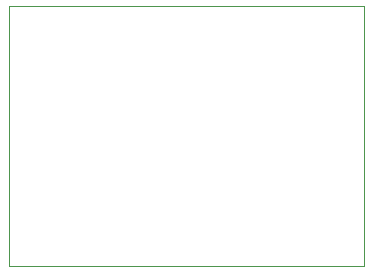
<source format=gbr>
%TF.GenerationSoftware,KiCad,Pcbnew,8.0.6-8.0.6-0~ubuntu24.04.1*%
%TF.CreationDate,2024-10-25T12:09:52+03:00*%
%TF.ProjectId,pss_v2_fan_block,7073735f-7632-45f6-9661-6e5f626c6f63,rev?*%
%TF.SameCoordinates,Original*%
%TF.FileFunction,Profile,NP*%
%FSLAX46Y46*%
G04 Gerber Fmt 4.6, Leading zero omitted, Abs format (unit mm)*
G04 Created by KiCad (PCBNEW 8.0.6-8.0.6-0~ubuntu24.04.1) date 2024-10-25 12:09:52*
%MOMM*%
%LPD*%
G01*
G04 APERTURE LIST*
%TA.AperFunction,Profile*%
%ADD10C,0.050000*%
%TD*%
G04 APERTURE END LIST*
D10*
X59000000Y-72000000D02*
X89000000Y-72000000D01*
X89000000Y-94000000D01*
X59000000Y-94000000D01*
X59000000Y-72000000D01*
M02*

</source>
